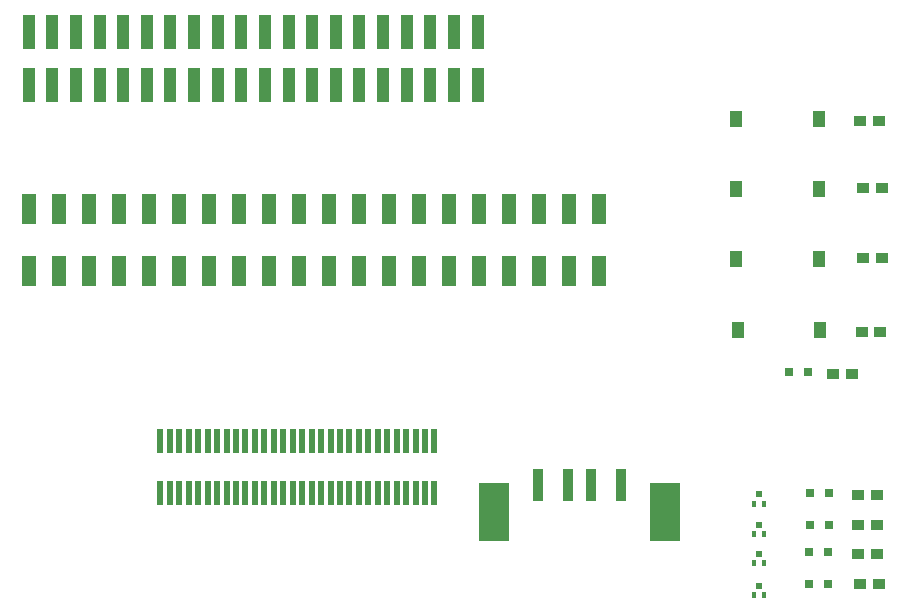
<source format=gtp>
%FSTAX24Y24*%
%MOMM*%
%SFA1B1*%

%IPPOS*%
%ADD10R,0.999998X1.399997*%
%ADD11R,0.999998X0.949998*%
%ADD12R,0.999998X2.999994*%
%ADD13R,0.499999X1.999996*%
%ADD14R,0.799998X0.799998*%
%ADD15R,2.499995X4.999990*%
%ADD16R,0.899998X2.799994*%
%ADD17R,1.199998X2.499995*%
%ADD18R,0.369999X0.499999*%
%ADD19R,0.469999X0.499999*%
%LNio-testing-mezzanine-1*%
%LPD*%
G54D10*
X799099Y489799D03*
X869099D03*
X799099Y548799D03*
X869099D03*
X799099Y430799D03*
X869099D03*
X8001Y370799D03*
X870099D03*
G54D11*
X920099Y547799D03*
X904099D03*
X922099Y490799D03*
X906099D03*
X921099Y368799D03*
X905099D03*
X918499Y231099D03*
X902499D03*
X922099Y4318D03*
X906099D03*
X918499Y204999D03*
X902499D03*
X896699Y333599D03*
X880699D03*
X918499Y181099D03*
X902499D03*
X919499Y155099D03*
X903499D03*
G54D12*
X199999Y622499D03*
Y577499D03*
X219999Y622499D03*
Y577499D03*
X239999Y622499D03*
Y577499D03*
X259999Y622499D03*
Y577499D03*
X279999Y622499D03*
Y577499D03*
X299999Y622499D03*
Y577499D03*
X319999Y622499D03*
Y577499D03*
X339999Y622499D03*
Y577499D03*
X359999Y622499D03*
Y577499D03*
X379999Y622499D03*
Y577499D03*
X399999Y622499D03*
Y577499D03*
X419999Y622499D03*
Y577499D03*
X439999Y622499D03*
Y577499D03*
X459999Y622499D03*
Y577499D03*
X479999Y622499D03*
Y577499D03*
X499999Y622499D03*
Y577499D03*
X519999Y622499D03*
Y577499D03*
X539999Y622499D03*
Y577499D03*
X559999Y622499D03*
Y577499D03*
X579999Y622499D03*
Y577499D03*
G54D13*
X543499Y276499D03*
X535499D03*
X527499D03*
X519499D03*
X511499D03*
X503499D03*
X495499D03*
X487499D03*
X479499D03*
X471499D03*
X463499D03*
X455499D03*
X447499D03*
X439499D03*
X431499D03*
X423499D03*
X415499D03*
X407499D03*
X399499D03*
X391499D03*
X383499D03*
X375499D03*
X367499D03*
X359499D03*
X351499D03*
X343499D03*
X335499D03*
X327499D03*
X319499D03*
X311499Y232499D03*
X543499D03*
X535499D03*
X527499D03*
X519499D03*
X511499D03*
X503499D03*
X495499D03*
X487499D03*
X479499D03*
X471499D03*
X463499D03*
X455499D03*
X447499D03*
X439499D03*
X431499D03*
X423499D03*
X415499D03*
X407499D03*
X399499D03*
X391499D03*
X383499D03*
X375499D03*
X367499D03*
X359499D03*
X351499D03*
X343499D03*
X335499D03*
X327499D03*
X319499D03*
X311499Y276499D03*
G54D14*
X860499Y155099D03*
X876499D03*
X859699Y334599D03*
X843699D03*
X877499Y232099D03*
X861499D03*
X877499Y205099D03*
X861499D03*
X876499Y182099D03*
X860499D03*
G54D15*
X738699Y216499D03*
X593699D03*
G54D16*
X631199Y238999D03*
X656199D03*
X676199D03*
X701199D03*
G54D17*
X199999Y472599D03*
Y419999D03*
X225399Y472599D03*
Y419999D03*
X250799Y472599D03*
Y419999D03*
X276199Y472599D03*
Y419999D03*
X301599Y472599D03*
Y419999D03*
X326999Y472599D03*
Y419999D03*
X352399Y472599D03*
Y419999D03*
X377799Y472599D03*
Y419999D03*
X403199Y472599D03*
Y419999D03*
X428599Y472599D03*
Y419999D03*
X453999Y472599D03*
Y419999D03*
X479399Y472599D03*
Y419999D03*
X504799Y472599D03*
Y419999D03*
X530199Y472599D03*
Y419999D03*
X555599Y472599D03*
Y419999D03*
X580999Y472599D03*
Y419999D03*
X606399Y472599D03*
Y419999D03*
X631799Y472599D03*
Y419999D03*
X657199Y472599D03*
Y419999D03*
X682599Y472599D03*
Y419999D03*
G54D18*
X822199Y223199D03*
X814199D03*
Y197699D03*
X822199D03*
Y173099D03*
X814199D03*
Y145699D03*
X822199D03*
G54D19*
X818199Y231199D03*
Y205699D03*
Y180999D03*
Y153699D03*
M02*
</source>
